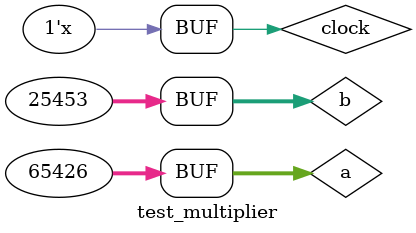
<source format=sv>

/**
	test bench multiplier
*/

`timescale 1 ps / 1 ps
module test_multiplier();
	
	
	logic [31:0]  a, b;
   logic [31:0] out;
	logic clock;
	
	mul dut1(clock, a, b, out);
	
	always #5 clock= ~clock;
	initial begin 
	clock = 0;
	
	a = 32'd5;
	b = 32'd5;
	
	#10
	a = 32'd65426;
	b = 32'd25453;
	end
	
endmodule

	 

	 
	 
</source>
